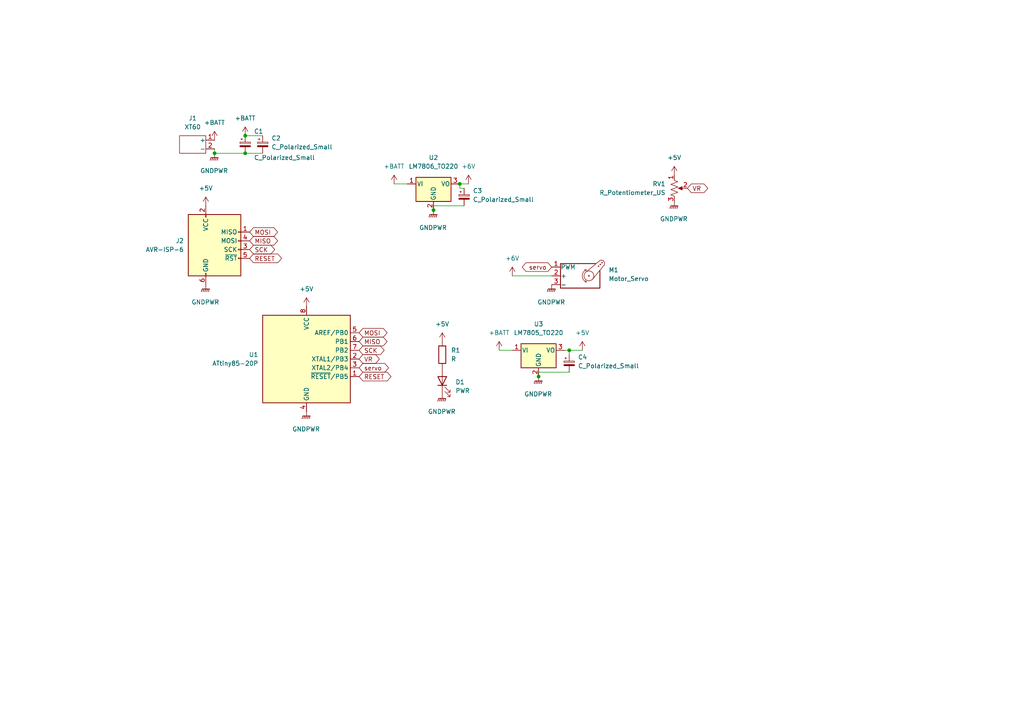
<source format=kicad_sch>
(kicad_sch (version 20211123) (generator eeschema)
  (paper "A4")
  (lib_symbols
    (symbol "Connector:AVR-ISP-6" (pin_names (offset 1.016))
      (property "Reference" "J" (at -6.35 11.43 0))
      (property "Value" "AVR-ISP-6" (at 0 11.43 0))
      (symbol "AVR-ISP-6_0_1"
        (rectangle (start -2.667 -6.858) (end -2.413 -7.62))
        (rectangle (start -2.667 10.16) (end -2.413 9.398))
        (rectangle (start 7.62 -2.413) (end 6.858 -2.667))
        (rectangle (start 7.62 0.127) (end 6.858 -0.127))
        (rectangle (start 7.62 2.667) (end 6.858 2.413))
        (rectangle (start 7.62 5.207) (end 6.858 4.953))
        (rectangle (start 7.62 10.16) (end -7.62 -7.62) (stroke (width 0.254)) (fill (type background)))
      )
      (symbol "AVR-ISP-6_1_1"
        (pin passive line (at 10.16 5.08 180) (length 2.54) (name "MISO") (number "1"))
        (pin passive line (at -2.54 12.7 270) (length 2.54) (name "VCC") (number "2"))
        (pin passive line (at 10.16 0 180) (length 2.54) (name "SCK") (number "3"))
        (pin passive line (at 10.16 2.54 180) (length 2.54) (name "MOSI") (number "4"))
        (pin passive line (at 10.16 -2.54 180) (length 2.54) (name "~{RST}") (number "5"))
        (pin passive line (at -2.54 -10.16 90) (length 2.54) (name "GND") (number "6"))
      )
    )
    (symbol "Device:C_Polarized_Small" (pin_numbers hide) (pin_names (offset 0.254) hide)
      (property "Reference" "C" (at 0.254 1.778 0))
      (property "Value" "C_Polarized_Small" (at 0.254 -2.032 0))
      (symbol "C_Polarized_Small_0_1"
        (rectangle (start -1.524 -0.3048) (end 1.524 -0.6858) (fill (type outline)))
        (rectangle (start -1.524 0.6858) (end 1.524 0.3048))
        (polyline (pts (xy -1.27 1.524) (xy -0.762 1.524)))
        (polyline (pts (xy -1.016 1.27) (xy -1.016 1.778)))
      )
      (symbol "C_Polarized_Small_1_1"
        (pin passive line (at 0 2.54 270) (length 1.8542) (name "~") (number "1"))
        (pin passive line (at 0 -2.54 90) (length 1.8542) (name "~") (number "2"))
      )
    )
    (symbol "Device:LED" (pin_numbers hide) (pin_names (offset 1.016) hide)
      (property "Reference" "D" (at 0 2.54 0))
      (property "Value" "LED" (at 0 -2.54 0))
      (symbol "LED_0_1"
        (polyline (pts (xy -1.27 -1.27) (xy -1.27 1.27)) (stroke (width 0.254)))
        (polyline (pts (xy -1.27 0) (xy 1.27 0)))
        (polyline (pts (xy 1.27 -1.27) (xy 1.27 1.27) (xy -1.27 0) (xy 1.27 -1.27)) (stroke (width 0.254)))
        (polyline (pts (xy -3.048 -0.762) (xy -4.572 -2.286) (xy -3.81 -2.286) (xy -4.572 -2.286) (xy -4.572 -1.524)))
        (polyline (pts (xy -1.778 -0.762) (xy -3.302 -2.286) (xy -2.54 -2.286) (xy -3.302 -2.286) (xy -3.302 -1.524)))
      )
      (symbol "LED_1_1"
        (pin passive line (at -3.81 0 0) (length 2.54) (name "K") (number "1"))
        (pin passive line (at 3.81 0 180) (length 2.54) (name "A") (number "2"))
      )
    )
    (symbol "Device:R" (pin_numbers hide) (pin_names (offset 0))
      (property "Reference" "R" (at 2.032 0 90))
      (property "Value" "R" (at 0 0 90))
      (symbol "R_0_1"
        (rectangle (start -1.016 -2.54) (end 1.016 2.54) (stroke (width 0.254)))
      )
      (symbol "R_1_1"
        (pin passive line (at 0 3.81 270) (length 1.27) (name "~") (number "1"))
        (pin passive line (at 0 -3.81 90) (length 1.27) (name "~") (number "2"))
      )
    )
    (symbol "Device:R_Potentiometer_US" (pin_names (offset 1.016) hide)
      (property "Reference" "RV" (at -4.445 0 90))
      (property "Value" "R_Potentiometer_US" (at -2.54 0 90))
      (symbol "R_Potentiometer_US_0_1"
        (polyline (pts (xy 0 -2.286) (xy 0 -2.54)))
        (polyline (pts (xy 0 2.54) (xy 0 2.286)))
        (polyline (pts (xy 2.54 0) (xy 1.524 0)))
        (polyline (pts (xy 1.143 0) (xy 2.286 0.508) (xy 2.286 -0.508) (xy 1.143 0)) (fill (type outline)))
        (polyline (pts (xy 0 -0.762) (xy 1.016 -1.143) (xy 0 -1.524) (xy -1.016 -1.905) (xy 0 -2.286)))
        (polyline (pts (xy 0 0.762) (xy 1.016 0.381) (xy 0 0) (xy -1.016 -0.381) (xy 0 -0.762)))
        (polyline (pts (xy 0 2.286) (xy 1.016 1.905) (xy 0 1.524) (xy -1.016 1.143) (xy 0 0.762)))
      )
      (symbol "R_Potentiometer_US_1_1"
        (pin passive line (at 0 3.81 270) (length 1.27) (name "1") (number "1"))
        (pin passive line (at 3.81 0 180) (length 1.27) (name "2") (number "2"))
        (pin passive line (at 0 -3.81 90) (length 1.27) (name "3") (number "3"))
      )
    )
    (symbol "MCU_Microchip_ATtiny:ATtiny85-20P"
      (property "Reference" "U" (at -12.7 13.97 0))
      (property "Value" "ATtiny85-20P" (at 2.54 -13.97 0))
      (symbol "ATtiny85-20P_0_1"
        (rectangle (start -12.7 -12.7) (end 12.7 12.7) (stroke (width 0.254)) (fill (type background)))
      )
      (symbol "ATtiny85-20P_1_1"
        (pin bidirectional line (at 15.24 -5.08 180) (length 2.54) (name "~{RESET}/PB5") (number "1"))
        (pin bidirectional line (at 15.24 0 180) (length 2.54) (name "XTAL1/PB3") (number "2"))
        (pin bidirectional line (at 15.24 -2.54 180) (length 2.54) (name "XTAL2/PB4") (number "3"))
        (pin power_in line (at 0 -15.24 90) (length 2.54) (name "GND") (number "4"))
        (pin bidirectional line (at 15.24 7.62 180) (length 2.54) (name "AREF/PB0") (number "5"))
        (pin bidirectional line (at 15.24 5.08 180) (length 2.54) (name "PB1") (number "6"))
        (pin bidirectional line (at 15.24 2.54 180) (length 2.54) (name "PB2") (number "7"))
        (pin power_in line (at 0 15.24 270) (length 2.54) (name "VCC") (number "8"))
      )
    )
    (symbol "Motor:Motor_Servo" (pin_names (offset 0.0254))
      (property "Reference" "M" (at -5.08 4.445 0))
      (property "Value" "Motor_Servo" (at -5.08 -4.064 0))
      (symbol "Motor_Servo_0_1"
        (polyline (pts (xy 2.413 -1.778) (xy 2.032 -1.778)))
        (polyline (pts (xy 2.413 -1.778) (xy 2.286 -1.397)))
        (polyline (pts (xy 2.413 1.778) (xy 1.905 1.778)))
        (polyline (pts (xy 2.413 1.778) (xy 2.286 1.397)))
        (polyline (pts (xy 6.35 4.445) (xy 2.54 1.27)))
        (polyline (pts (xy 7.62 3.175) (xy 4.191 -1.016)))
        (polyline (pts (xy 5.08 3.556) (xy -5.08 3.556) (xy -5.08 -3.556) (xy 6.35 -3.556) (xy 6.35 1.524)) (stroke (width 0.254)))
        (arc (start 2.413 1.778) (mid 1.2406 0) (end 2.413 -1.778))
        (circle (center 3.175 0) (radius 0.1778))
        (circle (center 3.175 0) (radius 1.4224))
        (circle (center 5.969 2.794) (radius 0.127))
        (circle (center 6.477 3.302) (radius 0.127))
        (circle (center 6.985 3.81) (radius 0.127))
        (arc (start 7.62 3.175) (mid 7.4485 4.2735) (end 6.35 4.445))
      )
      (symbol "Motor_Servo_1_1"
        (pin passive line (at -7.62 2.54 0) (length 2.54) (name "PWM") (number "1"))
        (pin passive line (at -7.62 0 0) (length 2.54) (name "+") (number "2"))
        (pin passive line (at -7.62 -2.54 0) (length 2.54) (name "-") (number "3"))
      )
    )
    (symbol "Regulator_Linear:LM7805_TO220" (pin_names (offset 0.254))
      (property "Reference" "U" (at -3.81 3.175 0))
      (property "Value" "LM7805_TO220" (at 0 3.175 0))
      (symbol "LM7805_TO220_0_1"
        (rectangle (start -5.08 1.905) (end 5.08 -5.08) (stroke (width 0.254)) (fill (type background)))
      )
      (symbol "LM7805_TO220_1_1"
        (pin power_in line (at -7.62 0 0) (length 2.54) (name "VI") (number "1"))
        (pin power_in line (at 0 -7.62 90) (length 2.54) (name "GND") (number "2"))
        (pin power_out line (at 7.62 0 180) (length 2.54) (name "VO") (number "3"))
      )
    )
    (symbol "Regulator_Linear:LM7806_TO220" (pin_names (offset 0.254))
      (property "Reference" "U" (at -3.81 3.175 0))
      (property "Value" "LM7806_TO220" (at 0 3.175 0))
      (symbol "LM7806_TO220_0_1"
        (rectangle (start -5.08 1.905) (end 5.08 -5.08) (stroke (width 0.254)) (fill (type background)))
      )
      (symbol "LM7806_TO220_1_1"
        (pin power_in line (at -7.62 0 0) (length 2.54) (name "VI") (number "1"))
        (pin power_in line (at 0 -7.62 90) (length 2.54) (name "GND") (number "2"))
        (pin power_out line (at 7.62 0 180) (length 2.54) (name "VO") (number "3"))
      )
    )
    (symbol "power:+5V" (power) (pin_names (offset 0))
      (property "Value" "+5V" (at 0 3.556 0))
      (symbol "+5V_0_1"
        (polyline (pts (xy -0.762 1.27) (xy 0 2.54)))
        (polyline (pts (xy 0 0) (xy 0 2.54)))
        (polyline (pts (xy 0 2.54) (xy 0.762 1.27)))
      )
      (symbol "+5V_1_1"
        (pin power_in line (at 0 0 90) (length 0) hide (name "+5V") (number "1"))
      )
    )
    (symbol "power:+6V" (power) (pin_names (offset 0))
      (property "Value" "+6V" (at 0 3.556 0))
      (symbol "+6V_0_1"
        (polyline (pts (xy -0.762 1.27) (xy 0 2.54)))
        (polyline (pts (xy 0 0) (xy 0 2.54)))
        (polyline (pts (xy 0 2.54) (xy 0.762 1.27)))
      )
      (symbol "+6V_1_1"
        (pin power_in line (at 0 0 90) (length 0) hide (name "+6V") (number "1"))
      )
    )
    (symbol "power:+BATT" (power) (pin_names (offset 0))
      (property "Value" "+BATT" (at 0 3.556 0))
      (symbol "+BATT_0_1"
        (polyline (pts (xy -0.762 1.27) (xy 0 2.54)))
        (polyline (pts (xy 0 0) (xy 0 2.54)))
        (polyline (pts (xy 0 2.54) (xy 0.762 1.27)))
      )
      (symbol "+BATT_1_1"
        (pin power_in line (at 0 0 90) (length 0) hide (name "+BATT") (number "1"))
      )
    )
    (symbol "power:GNDPWR" (power) (pin_names (offset 0))
      (property "Value" "GNDPWR" (at 0 -3.302 0))
      (symbol "GNDPWR_0_1"
        (polyline (pts (xy 0 -1.27) (xy 0 0)))
        (polyline (pts (xy -1.016 -1.27) (xy -1.27 -2.032) (xy -1.27 -2.032)) (stroke (width 0.2032)))
        (polyline (pts (xy -0.508 -1.27) (xy -0.762 -2.032) (xy -0.762 -2.032)) (stroke (width 0.2032)))
        (polyline (pts (xy 0 -1.27) (xy -0.254 -2.032) (xy -0.254 -2.032)) (stroke (width 0.2032)))
        (polyline (pts (xy 0.508 -1.27) (xy 0.254 -2.032) (xy 0.254 -2.032)) (stroke (width 0.2032)))
        (polyline (pts (xy 1.016 -1.27) (xy -1.016 -1.27) (xy -1.016 -1.27)) (stroke (width 0.2032)))
        (polyline (pts (xy 1.016 -1.27) (xy 0.762 -2.032) (xy 0.762 -2.032) (xy 0.762 -2.032)) (stroke (width 0.2032)))
      )
      (symbol "GNDPWR_1_1"
        (pin power_in line (at 0 0 270) (length 0) hide (name "GNDPWR") (number "1"))
      )
    )
    (symbol "tri_sym:XT60" (pin_names (offset 0.002))
      (property "Reference" "J" (at 0 -1.27 0))
      (property "Value" "XT60" (at 0 1.27 0))
      (symbol "XT60_0_1"
        (rectangle (start -6.35 2.54) (end 1.27 -2.54))
      )
      (symbol "XT60_1_1"
        (pin unspecified line (at -8.89 1.27 0) (length 2.54) (name "+") (number "1"))
        (pin unspecified line (at -8.89 -1.27 0) (length 2.54) (name "-") (number "2"))
      )
    )
  )
  (junction (at 62.23 44.45))
  (junction (at 133.35 53.34))
  (junction (at 71.12 44.45))
  (junction (at 71.12 39.37))
  (junction (at 125.73 60.96))
  (junction (at 156.21 109.22))
  (junction (at 165.1 101.6))
  (wire (pts (xy 156.21 107.95) (xy 156.21 109.22)))
  (wire (pts (xy 148.59 80.01) (xy 160.02 80.01)))
  (wire (pts (xy 144.78 101.6) (xy 148.59 101.6)))
  (wire (pts (xy 135.89 53.34) (xy 133.35 53.34)))
  (wire (pts (xy 134.62 59.69) (xy 125.73 59.69)))
  (wire (pts (xy 62.23 44.45) (xy 71.12 44.45)))
  (wire (pts (xy 165.1 102.87) (xy 165.1 101.6)))
  (wire (pts (xy 165.1 107.95) (xy 156.21 107.95)))
  (wire (pts (xy 71.12 39.37) (xy 76.2 39.37)))
  (wire (pts (xy 62.23 44.45) (xy 62.23 43.18)))
  (wire (pts (xy 71.12 44.45) (xy 76.2 44.45)))
  (wire (pts (xy 125.73 59.69) (xy 125.73 60.96)))
  (wire (pts (xy 134.62 54.61) (xy 133.35 54.61)))
  (wire (pts (xy 114.3 53.34) (xy 118.11 53.34)))
  (wire (pts (xy 163.83 101.6) (xy 165.1 101.6)))
  (wire (pts (xy 133.35 54.61) (xy 133.35 53.34)))
  (wire (pts (xy 165.1 101.6) (xy 168.91 101.6)))
  (global_label "MOSI" (shape bidirectional) (at 104.14 96.52 0) (property "Intersheet References" "${INTERSHEET_REFS}" (effects hide)))
  (global_label "servo" (shape bidirectional) (at 160.02 77.47 180) (property "Intersheet References" "${INTERSHEET_REFS}" (effects hide)))
  (global_label "MISO" (shape bidirectional) (at 72.39 69.85 0) (property "Intersheet References" "${INTERSHEET_REFS}" (effects hide)))
  (global_label "RESET" (shape bidirectional) (at 104.14 109.22 0) (property "Intersheet References" "${INTERSHEET_REFS}" (effects hide)))
  (global_label "VR" (shape bidirectional) (at 104.14 104.14 0) (property "Intersheet References" "${INTERSHEET_REFS}" (effects hide)))
  (global_label "SCK" (shape bidirectional) (at 72.39 72.39 0) (property "Intersheet References" "${INTERSHEET_REFS}" (effects hide)))
  (global_label "SCK" (shape bidirectional) (at 104.14 101.6 0) (property "Intersheet References" "${INTERSHEET_REFS}" (effects hide)))
  (global_label "RESET" (shape bidirectional) (at 72.39 74.93 0) (property "Intersheet References" "${INTERSHEET_REFS}" (effects hide)))
  (global_label "MISO" (shape bidirectional) (at 104.14 99.06 0) (property "Intersheet References" "${INTERSHEET_REFS}" (effects hide)))
  (global_label "VR" (shape bidirectional) (at 199.39 54.61 0) (property "Intersheet References" "${INTERSHEET_REFS}" (effects hide)))
  (global_label "servo" (shape bidirectional) (at 104.14 106.68 0) (property "Intersheet References" "${INTERSHEET_REFS}" (effects hide)))
  (global_label "MOSI" (shape bidirectional) (at 72.39 67.31 0) (property "Intersheet References" "${INTERSHEET_REFS}" (effects hide)))
  (symbol (lib_id "power:+BATT") (at 114.3 53.34 0) (unit 1)
    (property "Reference" "#PWR07" (effects hide))
    (property "Value" "+BATT" (at 114.3 48.26 0))
  )
  (symbol (lib_id "power:+6V") (at 135.89 53.34 0) (unit 1)
    (property "Reference" "#PWR09" (effects hide))
    (property "Value" "+6V" (at 135.89 48.26 0))
  )
  (symbol (lib_id "Regulator_Linear:LM7805_TO220") (at 156.21 101.6 0) (unit 1)
    (property "Reference" "U3" (at 156.21 93.98 0))
    (property "Value" "LM7805_TO220" (at 156.21 96.52 0))
    (property "Footprint" "Package_TO_SOT_THT:TO-220-3_Vertical" (effects hide))
    (property "Datasheet" "https://www.onsemi.cn/PowerSolutions/document/MC7800-D.PDF" (effects hide))
  )
  (symbol (lib_id "power:GNDPWR") (at 88.9 119.38 0) (unit 1)
    (property "Reference" "#PWR06" (effects hide))
    (property "Value" "GNDPWR" (at 88.773 124.46 0))
  )
  (symbol (lib_id "power:GNDPWR") (at 59.69 82.55 0) (unit 1)
    (property "Reference" "#PWR02" (effects hide))
    (property "Value" "GNDPWR" (at 59.563 87.63 0))
  )
  (symbol (lib_id "MCU_Microchip_ATtiny:ATtiny85-20P") (at 88.9 104.14 0) (unit 1)
    (property "Reference" "U1" (at 74.93 102.8699 0) (effects (justify right)))
    (property "Value" "ATtiny85-20P" (at 74.93 105.4099 0) (effects (justify right)))
    (property "Footprint" "Package_DIP:DIP-8_W7.62mm" (effects hide))
    (property "Datasheet" "http://ww1.microchip.com/downloads/en/DeviceDoc/atmel-2586-avr-8-bit-microcontroller-attiny25-attiny45-attiny85_datasheet.pdf" (effects hide))
  )
  (symbol (lib_id "Device:C_Polarized_Small") (at 71.12 41.91 0) (unit 1)
    (property "Reference" "C1" (at 73.66 38.1 0) (effects (justify left)))
    (property "Value" "C_Polarized_Small" (at 73.66 45.72 0) (effects (justify left)))
    (property "Footprint" "Capacitor_THT:CP_Radial_D5.0mm_P2.00mm" (effects hide))
  )
  (symbol (lib_id "power:GNDPWR") (at 128.27 114.3 0) (unit 1)
    (property "Reference" "#PWR019" (effects hide))
    (property "Value" "GNDPWR" (at 128.143 119.38 0))
  )
  (symbol (lib_id "power:+BATT") (at 71.12 39.37 0) (unit 1)
    (property "Reference" "#PWR017" (effects hide))
    (property "Value" "+BATT" (at 71.12 34.29 0))
  )
  (symbol (lib_id "power:GNDPWR") (at 62.23 44.45 0) (unit 1)
    (property "Reference" "#PWR04" (effects hide))
    (property "Value" "GNDPWR" (at 62.103 49.53 0))
  )
  (symbol (lib_id "power:+5V") (at 168.91 101.6 0) (unit 1)
    (property "Reference" "#PWR014" (effects hide))
    (property "Value" "+5V" (at 168.91 96.52 0))
  )
  (symbol (lib_id "Device:C_Polarized_Small") (at 165.1 105.41 0) (unit 1)
    (property "Reference" "C4" (at 167.64 103.5938 0) (effects (justify left)))
    (property "Value" "C_Polarized_Small" (at 167.64 106.1338 0) (effects (justify left)))
    (property "Footprint" "Capacitor_THT:CP_Radial_D5.0mm_P2.00mm" (effects hide))
  )
  (symbol (lib_id "power:GNDPWR") (at 125.73 60.96 0) (unit 1)
    (property "Reference" "#PWR08" (effects hide))
    (property "Value" "GNDPWR" (at 125.603 66.04 0))
  )
  (symbol (lib_id "power:+5V") (at 128.27 99.06 0) (unit 1)
    (property "Reference" "#PWR018" (effects hide))
    (property "Value" "+5V" (at 128.27 93.98 0))
  )
  (symbol (lib_id "power:GNDPWR") (at 160.02 82.55 0) (unit 1)
    (property "Reference" "#PWR013" (effects hide))
    (property "Value" "GNDPWR" (at 159.893 87.63 0))
  )
  (symbol (lib_id "tri_sym:XT60") (at 53.34 41.91 0) (mirror y) (unit 1)
    (property "Reference" "J1" (at 55.88 34.29 0))
    (property "Value" "XT60" (at 55.88 36.83 0))
    (property "Footprint" "tri_power:XT60_vertical_female" (effects hide))
  )
  (symbol (lib_id "Device:R") (at 128.27 102.87 0) (unit 1)
    (property "Reference" "R1" (at 130.81 101.5999 0) (effects (justify left)))
    (property "Value" "R" (at 130.81 104.1399 0) (effects (justify left)))
    (property "Footprint" "Resistor_SMD:R_0805_2012Metric" (effects hide))
  )
  (symbol (lib_id "Device:C_Polarized_Small") (at 134.62 57.15 0) (unit 1)
    (property "Reference" "C3" (at 137.16 55.3338 0) (effects (justify left)))
    (property "Value" "C_Polarized_Small" (at 137.16 57.8738 0) (effects (justify left)))
    (property "Footprint" "Capacitor_THT:CP_Radial_D5.0mm_P2.00mm" (effects hide))
  )
  (symbol (lib_id "power:+5V") (at 59.69 59.69 0) (unit 1)
    (property "Reference" "#PWR01" (effects hide))
    (property "Value" "+5V" (at 59.69 54.61 0))
  )
  (symbol (lib_id "power:+6V") (at 148.59 80.01 0) (unit 1)
    (property "Reference" "#PWR011" (effects hide))
    (property "Value" "+6V" (at 148.59 74.93 0))
  )
  (symbol (lib_id "Device:C_Polarized_Small") (at 76.2 41.91 0) (unit 1)
    (property "Reference" "C2" (at 78.74 40.0938 0) (effects (justify left)))
    (property "Value" "C_Polarized_Small" (at 78.74 42.6338 0) (effects (justify left)))
    (property "Footprint" "Capacitor_THT:CP_Radial_D5.0mm_P2.00mm" (effects hide))
  )
  (symbol (lib_id "Connector:AVR-ISP-6") (at 62.23 72.39 0) (unit 1)
    (property "Reference" "J2" (at 53.34 69.8499 0) (effects (justify right)))
    (property "Value" "AVR-ISP-6" (at 53.34 72.3899 0) (effects (justify right)))
    (property "Footprint" "Connector_PinHeader_2.54mm:PinHeader_2x03_P2.54mm_Vertical" (effects hide))
    (property "Datasheet" " ~" (effects hide))
  )
  (symbol (lib_id "Regulator_Linear:LM7806_TO220") (at 125.73 53.34 0) (unit 1)
    (property "Reference" "U2" (at 125.73 45.72 0))
    (property "Value" "LM7806_TO220" (at 125.73 48.26 0))
    (property "Footprint" "Package_TO_SOT_THT:TO-220-3_Vertical" (effects hide))
    (property "Datasheet" "https://www.onsemi.cn/PowerSolutions/document/MC7800-D.PDF" (effects hide))
  )
  (symbol (lib_id "power:GNDPWR") (at 195.58 58.42 0) (unit 1)
    (property "Reference" "#PWR016" (effects hide))
    (property "Value" "GNDPWR" (at 195.453 63.5 0))
  )
  (symbol (lib_id "Device:LED") (at 128.27 110.49 90) (unit 1)
    (property "Reference" "D1" (at 132.08 110.8074 90) (effects (justify right)))
    (property "Value" "PWR" (at 132.08 113.3474 90) (effects (justify right)))
    (property "Footprint" "LED_SMD:LED_0805_2012Metric" (effects hide))
  )
  (symbol (lib_id "power:+5V") (at 88.9 88.9 0) (unit 1)
    (property "Reference" "#PWR05" (effects hide))
    (property "Value" "+5V" (at 88.9 83.82 0))
  )
  (symbol (lib_id "power:+BATT") (at 144.78 101.6 0) (unit 1)
    (property "Reference" "#PWR010" (effects hide))
    (property "Value" "+BATT" (at 144.78 96.52 0))
  )
  (symbol (lib_id "Device:R_Potentiometer_US") (at 195.58 54.61 0) (unit 1)
    (property "Reference" "RV1" (at 193.04 53.3399 0) (effects (justify right)))
    (property "Value" "R_Potentiometer_US" (at 193.04 55.8799 0) (effects (justify right)))
    (property "Footprint" "Potentiometer_THT:Potentiometer_Piher_PC-16_Single_Horizontal" (effects hide))
  )
  (symbol (lib_id "power:+5V") (at 195.58 50.8 0) (unit 1)
    (property "Reference" "#PWR015" (effects hide))
    (property "Value" "+5V" (at 195.58 45.72 0))
  )
  (symbol (lib_id "power:+BATT") (at 62.23 40.64 0) (unit 1)
    (property "Reference" "#PWR03" (effects hide))
    (property "Value" "+BATT" (at 62.23 35.56 0))
  )
  (symbol (lib_id "power:GNDPWR") (at 156.21 109.22 0) (unit 1)
    (property "Reference" "#PWR012" (effects hide))
    (property "Value" "GNDPWR" (at 156.083 114.3 0))
  )
  (symbol (lib_id "Motor:Motor_Servo") (at 167.64 80.01 0) (unit 1)
    (property "Reference" "M1" (at 176.53 78.3065 0) (effects (justify left)))
    (property "Value" "Motor_Servo" (at 176.53 80.8465 0) (effects (justify left)))
    (property "Footprint" "Connector_PinHeader_2.54mm:PinHeader_1x03_P2.54mm_Vertical" (effects hide))
    (property "Datasheet" "http://forums.parallax.com/uploads/attachments/46831/74481.png" (effects hide))
  )
)
</source>
